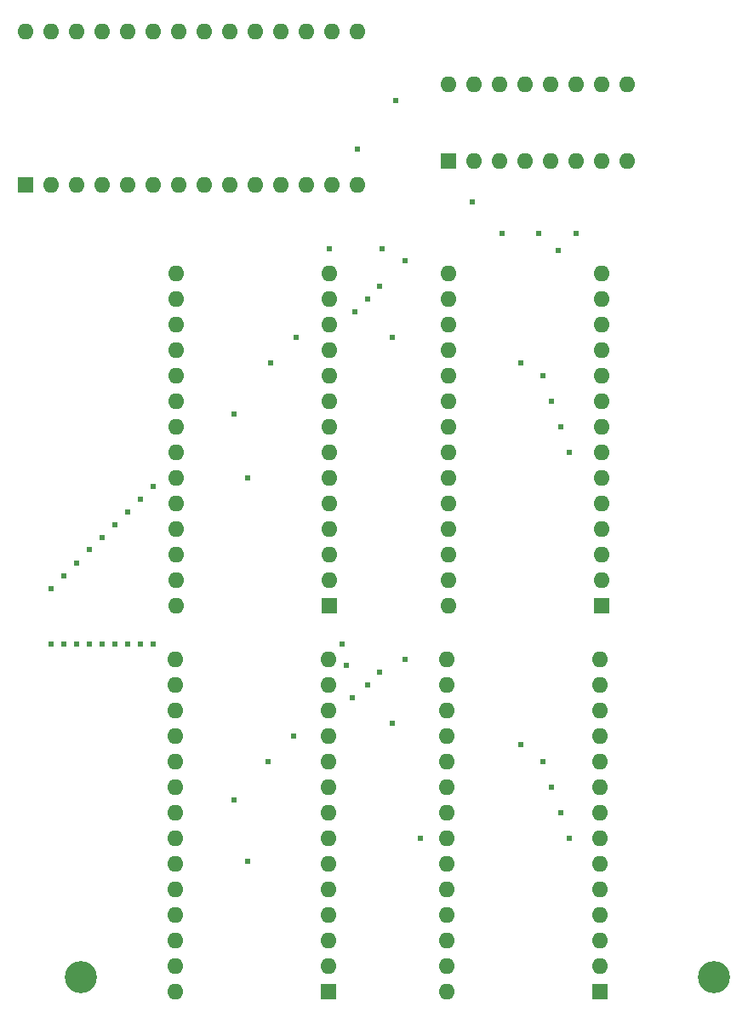
<source format=gbs>
G04 #@! TF.GenerationSoftware,KiCad,Pcbnew,7.0.10*
G04 #@! TF.CreationDate,2024-02-26T06:51:28+09:00*
G04 #@! TF.ProjectId,fs-a1_rom_patch,66732d61-315f-4726-9f6d-5f7061746368,1.0*
G04 #@! TF.SameCoordinates,Original*
G04 #@! TF.FileFunction,Soldermask,Bot*
G04 #@! TF.FilePolarity,Negative*
%FSLAX46Y46*%
G04 Gerber Fmt 4.6, Leading zero omitted, Abs format (unit mm)*
G04 Created by KiCad (PCBNEW 7.0.10) date 2024-02-26 06:51:28*
%MOMM*%
%LPD*%
G01*
G04 APERTURE LIST*
%ADD10R,1.600000X1.600000*%
%ADD11O,1.600000X1.600000*%
%ADD12C,3.200000*%
%ADD13C,0.605000*%
G04 APERTURE END LIST*
D10*
X106045000Y-64389000D03*
D11*
X108585000Y-64389000D03*
X111125000Y-64389000D03*
X113665000Y-64389000D03*
X116205000Y-64389000D03*
X118745000Y-64389000D03*
X121285000Y-64389000D03*
X123825000Y-64389000D03*
X123825000Y-56769000D03*
X121285000Y-56769000D03*
X118745000Y-56769000D03*
X116205000Y-56769000D03*
X113665000Y-56769000D03*
X111125000Y-56769000D03*
X108585000Y-56769000D03*
X106045000Y-56769000D03*
D10*
X94107000Y-146939000D03*
D11*
X94107000Y-144399000D03*
X94107000Y-141859000D03*
X94107000Y-139319000D03*
X94107000Y-136779000D03*
X94107000Y-134239000D03*
X94107000Y-131699000D03*
X94107000Y-129159000D03*
X94107000Y-126619000D03*
X94107000Y-124079000D03*
X94107000Y-121539000D03*
X94107000Y-118999000D03*
X94107000Y-116459000D03*
X94107000Y-113919000D03*
X78867000Y-113919000D03*
X78867000Y-116459000D03*
X78867000Y-118999000D03*
X78867000Y-121539000D03*
X78867000Y-124079000D03*
X78867000Y-126619000D03*
X78867000Y-129159000D03*
X78867000Y-131699000D03*
X78867000Y-134239000D03*
X78867000Y-136779000D03*
X78867000Y-139319000D03*
X78867000Y-141859000D03*
X78867000Y-144399000D03*
X78867000Y-146939000D03*
D10*
X64008000Y-66802000D03*
D11*
X66548000Y-66802000D03*
X69088000Y-66802000D03*
X71628000Y-66802000D03*
X74168000Y-66802000D03*
X76708000Y-66802000D03*
X79248000Y-66802000D03*
X81788000Y-66802000D03*
X84328000Y-66802000D03*
X86868000Y-66802000D03*
X89408000Y-66802000D03*
X91948000Y-66802000D03*
X94488000Y-66802000D03*
X97028000Y-66802000D03*
X97028000Y-51562000D03*
X94488000Y-51562000D03*
X91948000Y-51562000D03*
X89408000Y-51562000D03*
X86868000Y-51562000D03*
X84328000Y-51562000D03*
X81788000Y-51562000D03*
X79248000Y-51562000D03*
X76708000Y-51562000D03*
X74168000Y-51562000D03*
X71628000Y-51562000D03*
X69088000Y-51562000D03*
X66548000Y-51562000D03*
X64008000Y-51562000D03*
D12*
X132500000Y-145500000D03*
D10*
X94234000Y-108585000D03*
D11*
X94234000Y-106045000D03*
X94234000Y-103505000D03*
X94234000Y-100965000D03*
X94234000Y-98425000D03*
X94234000Y-95885000D03*
X94234000Y-93345000D03*
X94234000Y-90805000D03*
X94234000Y-88265000D03*
X94234000Y-85725000D03*
X94234000Y-83185000D03*
X94234000Y-80645000D03*
X94234000Y-78105000D03*
X94234000Y-75565000D03*
X78994000Y-75565000D03*
X78994000Y-78105000D03*
X78994000Y-80645000D03*
X78994000Y-83185000D03*
X78994000Y-85725000D03*
X78994000Y-88265000D03*
X78994000Y-90805000D03*
X78994000Y-93345000D03*
X78994000Y-95885000D03*
X78994000Y-98425000D03*
X78994000Y-100965000D03*
X78994000Y-103505000D03*
X78994000Y-106045000D03*
X78994000Y-108585000D03*
D10*
X121107000Y-146919000D03*
D11*
X121107000Y-144379000D03*
X121107000Y-141839000D03*
X121107000Y-139299000D03*
X121107000Y-136759000D03*
X121107000Y-134219000D03*
X121107000Y-131679000D03*
X121107000Y-129139000D03*
X121107000Y-126599000D03*
X121107000Y-124059000D03*
X121107000Y-121519000D03*
X121107000Y-118979000D03*
X121107000Y-116439000D03*
X121107000Y-113899000D03*
X105867000Y-113899000D03*
X105867000Y-116439000D03*
X105867000Y-118979000D03*
X105867000Y-121519000D03*
X105867000Y-124059000D03*
X105867000Y-126599000D03*
X105867000Y-129139000D03*
X105867000Y-131679000D03*
X105867000Y-134219000D03*
X105867000Y-136759000D03*
X105867000Y-139299000D03*
X105867000Y-141839000D03*
X105867000Y-144379000D03*
X105867000Y-146919000D03*
D10*
X121285000Y-108585000D03*
D11*
X121285000Y-106045000D03*
X121285000Y-103505000D03*
X121285000Y-100965000D03*
X121285000Y-98425000D03*
X121285000Y-95885000D03*
X121285000Y-93345000D03*
X121285000Y-90805000D03*
X121285000Y-88265000D03*
X121285000Y-85725000D03*
X121285000Y-83185000D03*
X121285000Y-80645000D03*
X121285000Y-78105000D03*
X121285000Y-75565000D03*
X106045000Y-75565000D03*
X106045000Y-78105000D03*
X106045000Y-80645000D03*
X106045000Y-83185000D03*
X106045000Y-85725000D03*
X106045000Y-88265000D03*
X106045000Y-90805000D03*
X106045000Y-93345000D03*
X106045000Y-95885000D03*
X106045000Y-98425000D03*
X106045000Y-100965000D03*
X106045000Y-103505000D03*
X106045000Y-106045000D03*
X106045000Y-108585000D03*
D12*
X69500000Y-145500000D03*
D13*
X108458000Y-68453000D03*
X66548000Y-112395000D03*
X66548000Y-106934000D03*
X69088000Y-112395000D03*
X69088000Y-104394000D03*
X71628000Y-112395000D03*
X71628000Y-101854000D03*
X74168000Y-112395000D03*
X74168000Y-99314000D03*
X76708000Y-96774000D03*
X76708000Y-112395000D03*
X118110000Y-93345000D03*
X118110000Y-131699000D03*
X117221000Y-129159000D03*
X117221000Y-90805000D03*
X116332000Y-88265000D03*
X116332000Y-126619000D03*
X115443000Y-124079000D03*
X115443000Y-85725000D03*
X113284000Y-84455000D03*
X113284000Y-122428000D03*
X100457000Y-81915000D03*
X100457000Y-120269000D03*
X98044000Y-116459000D03*
X98044000Y-78105000D03*
X99441000Y-73152000D03*
X94234000Y-73152000D03*
X100838000Y-58420000D03*
X97028000Y-63246000D03*
X101727000Y-113919000D03*
X95885000Y-114554000D03*
X101727000Y-74295000D03*
X95504000Y-112395000D03*
X99187000Y-115189000D03*
X99187000Y-76835000D03*
X96774000Y-79375000D03*
X96520000Y-117729000D03*
X90678000Y-121539000D03*
X90932000Y-81915000D03*
X88138000Y-124079000D03*
X88392000Y-84455000D03*
X84709000Y-127889000D03*
X84709000Y-89535000D03*
X86106000Y-95885000D03*
X86106000Y-133985000D03*
X75438000Y-112395000D03*
X75438000Y-98044000D03*
X72898000Y-112395000D03*
X72898000Y-100584000D03*
X70358000Y-102997000D03*
X70358000Y-112395000D03*
X67818000Y-105664000D03*
X67818000Y-112395000D03*
X111379000Y-71628000D03*
X115062000Y-71628000D03*
X103251000Y-131699000D03*
X118745000Y-71627994D03*
X116967000Y-73279000D03*
M02*

</source>
